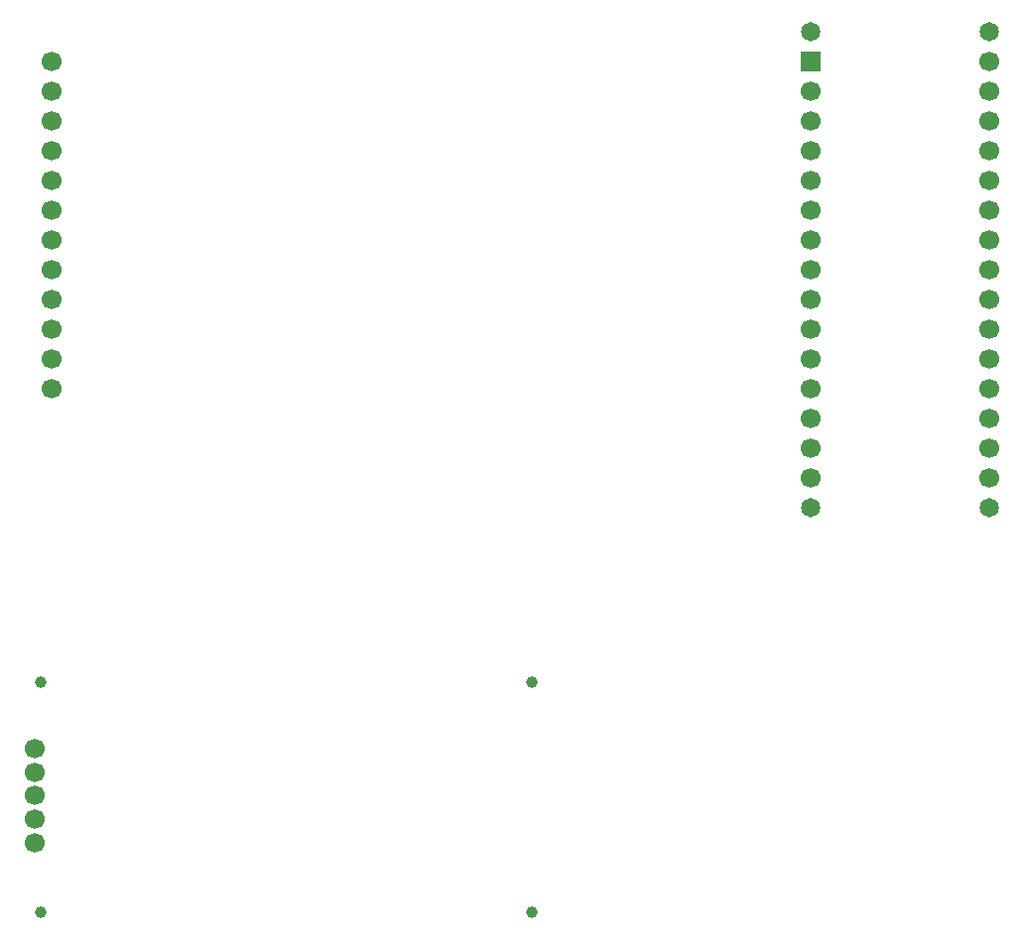
<source format=gbr>
G04 DipTrace 3.0.0.2*
G04 Íèæíÿÿìàñêà.gbr*
%MOIN*%
G04 #@! TF.FileFunction,Soldermask,Bot*
G04 #@! TF.Part,Single*
%ADD28C,0.065*%
%ADD29C,0.03937*%
%ADD42C,0.066929*%
%ADD44C,0.066929*%
%ADD46R,0.066929X0.066929*%
%FSLAX26Y26*%
G04*
G70*
G90*
G75*
G01*
G04 BotMask*
%LPD*%
D46*
X3093701Y3393701D3*
D44*
Y3293701D3*
Y3193701D3*
Y3093701D3*
Y2993701D3*
Y2893701D3*
Y2793701D3*
Y2693701D3*
Y2593701D3*
Y2493701D3*
Y2393701D3*
Y2293701D3*
Y2193701D3*
Y2093701D3*
Y1993701D3*
X3693701D3*
Y2093701D3*
Y2193701D3*
Y2293701D3*
Y2393701D3*
Y2493701D3*
Y2593701D3*
Y2693701D3*
Y2793701D3*
Y2893701D3*
Y2993701D3*
Y3093701D3*
Y3193701D3*
Y3293701D3*
Y3393701D3*
D28*
X3093701Y3493701D3*
X3693701D3*
Y1893701D3*
X3093701D3*
D29*
X506201Y1306201D3*
X2156201D3*
Y531201D3*
X506201D3*
D42*
X543701Y3293701D3*
Y3193701D3*
Y2893701D3*
Y3393701D3*
Y3093701D3*
Y2793701D3*
Y2693701D3*
Y2593701D3*
Y2493701D3*
Y2393701D3*
Y2993701D3*
Y2293701D3*
X485039Y1082677D3*
Y1003937D3*
Y925197D3*
Y846457D3*
Y767717D3*
M02*

</source>
